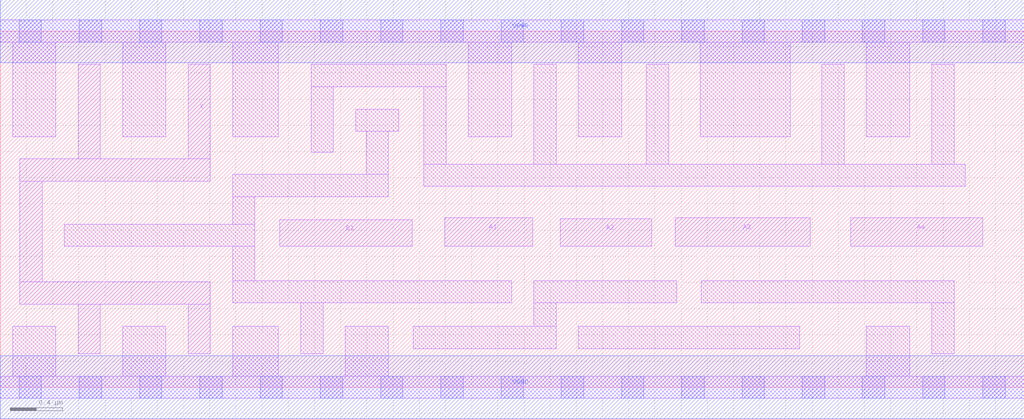
<source format=lef>
# Copyright 2020 The SkyWater PDK Authors
#
# Licensed under the Apache License, Version 2.0 (the "License");
# you may not use this file except in compliance with the License.
# You may obtain a copy of the License at
#
#     https://www.apache.org/licenses/LICENSE-2.0
#
# Unless required by applicable law or agreed to in writing, software
# distributed under the License is distributed on an "AS IS" BASIS,
# WITHOUT WARRANTIES OR CONDITIONS OF ANY KIND, either express or implied.
# See the License for the specific language governing permissions and
# limitations under the License.
#
# SPDX-License-Identifier: Apache-2.0

VERSION 5.7 ;
  NAMESCASESENSITIVE ON ;
  NOWIREEXTENSIONATPIN ON ;
  DIVIDERCHAR "/" ;
  BUSBITCHARS "[]" ;
UNITS
  DATABASE MICRONS 200 ;
END UNITS
MACRO sky130_fd_sc_hd__a41o_4
  CLASS CORE ;
  FOREIGN sky130_fd_sc_hd__a41o_4 ;
  ORIGIN  0.000000  0.000000 ;
  SIZE  7.820000 BY  2.720000 ;
  SYMMETRY X Y R90 ;
  SITE unithd ;
  PIN A1
    ANTENNAGATEAREA  0.495000 ;
    DIRECTION INPUT ;
    USE SIGNAL ;
    PORT
      LAYER li1 ;
        RECT 3.395000 1.075000 4.065000 1.295000 ;
    END
  END A1
  PIN A2
    ANTENNAGATEAREA  0.495000 ;
    DIRECTION INPUT ;
    USE SIGNAL ;
    PORT
      LAYER li1 ;
        RECT 4.275000 1.075000 4.975000 1.285000 ;
    END
  END A2
  PIN A3
    ANTENNAGATEAREA  0.495000 ;
    DIRECTION INPUT ;
    USE SIGNAL ;
    PORT
      LAYER li1 ;
        RECT 5.155000 1.075000 6.185000 1.295000 ;
    END
  END A3
  PIN A4
    ANTENNAGATEAREA  0.495000 ;
    DIRECTION INPUT ;
    USE SIGNAL ;
    PORT
      LAYER li1 ;
        RECT 6.495000 1.075000 7.505000 1.295000 ;
    END
  END A4
  PIN B1
    ANTENNAGATEAREA  0.495000 ;
    DIRECTION INPUT ;
    USE SIGNAL ;
    PORT
      LAYER li1 ;
        RECT 2.135000 1.075000 3.145000 1.280000 ;
    END
  END B1
  PIN X
    ANTENNADIFFAREA  0.891000 ;
    DIRECTION OUTPUT ;
    USE SIGNAL ;
    PORT
      LAYER li1 ;
        RECT 0.150000 0.635000 1.605000 0.805000 ;
        RECT 0.150000 0.805000 0.320000 1.575000 ;
        RECT 0.150000 1.575000 1.605000 1.745000 ;
        RECT 0.595000 0.255000 0.765000 0.635000 ;
        RECT 0.595000 1.745000 0.765000 2.465000 ;
        RECT 1.435000 0.255000 1.605000 0.635000 ;
        RECT 1.435000 1.745000 1.605000 2.465000 ;
    END
  END X
  PIN VGND
    DIRECTION INOUT ;
    SHAPE ABUTMENT ;
    USE GROUND ;
    PORT
      LAYER met1 ;
        RECT 0.000000 -0.240000 7.820000 0.240000 ;
    END
  END VGND
  PIN VPWR
    DIRECTION INOUT ;
    SHAPE ABUTMENT ;
    USE POWER ;
    PORT
      LAYER met1 ;
        RECT 0.000000 2.480000 7.820000 2.960000 ;
    END
  END VPWR
  OBS
    LAYER li1 ;
      RECT 0.000000 -0.085000 7.820000 0.085000 ;
      RECT 0.000000  2.635000 7.820000 2.805000 ;
      RECT 0.095000  0.085000 0.425000 0.465000 ;
      RECT 0.095000  1.915000 0.425000 2.635000 ;
      RECT 0.490000  1.075000 1.945000 1.245000 ;
      RECT 0.935000  0.085000 1.265000 0.465000 ;
      RECT 0.935000  1.915000 1.265000 2.635000 ;
      RECT 1.775000  0.085000 2.125000 0.465000 ;
      RECT 1.775000  0.645000 3.905000 0.815000 ;
      RECT 1.775000  0.815000 1.945000 1.075000 ;
      RECT 1.775000  1.245000 1.945000 1.455000 ;
      RECT 1.775000  1.455000 2.965000 1.625000 ;
      RECT 1.775000  1.915000 2.125000 2.635000 ;
      RECT 2.295000  0.255000 2.465000 0.645000 ;
      RECT 2.375000  1.795000 2.545000 2.295000 ;
      RECT 2.375000  2.295000 3.405000 2.465000 ;
      RECT 2.635000  0.085000 2.965000 0.465000 ;
      RECT 2.715000  1.955000 3.045000 2.125000 ;
      RECT 2.795000  1.625000 2.965000 1.955000 ;
      RECT 3.155000  0.295000 4.245000 0.465000 ;
      RECT 3.235000  1.535000 7.370000 1.705000 ;
      RECT 3.235000  1.705000 3.405000 2.295000 ;
      RECT 3.575000  1.915000 3.905000 2.635000 ;
      RECT 4.075000  0.465000 4.245000 0.645000 ;
      RECT 4.075000  0.645000 5.165000 0.815000 ;
      RECT 4.075000  1.705000 4.245000 2.465000 ;
      RECT 4.415000  0.295000 6.105000 0.465000 ;
      RECT 4.415000  1.915000 4.745000 2.635000 ;
      RECT 4.935000  1.705000 5.105000 2.465000 ;
      RECT 5.345000  1.915000 6.035000 2.635000 ;
      RECT 5.355000  0.645000 7.285000 0.815000 ;
      RECT 6.275000  1.705000 6.445000 2.465000 ;
      RECT 6.615000  0.085000 6.945000 0.465000 ;
      RECT 6.615000  1.915000 6.945000 2.635000 ;
      RECT 7.115000  0.255000 7.285000 0.645000 ;
      RECT 7.115000  1.705000 7.285000 2.465000 ;
    LAYER mcon ;
      RECT 0.145000 -0.085000 0.315000 0.085000 ;
      RECT 0.145000  2.635000 0.315000 2.805000 ;
      RECT 0.605000 -0.085000 0.775000 0.085000 ;
      RECT 0.605000  2.635000 0.775000 2.805000 ;
      RECT 1.065000 -0.085000 1.235000 0.085000 ;
      RECT 1.065000  2.635000 1.235000 2.805000 ;
      RECT 1.525000 -0.085000 1.695000 0.085000 ;
      RECT 1.525000  2.635000 1.695000 2.805000 ;
      RECT 1.985000 -0.085000 2.155000 0.085000 ;
      RECT 1.985000  2.635000 2.155000 2.805000 ;
      RECT 2.445000 -0.085000 2.615000 0.085000 ;
      RECT 2.445000  2.635000 2.615000 2.805000 ;
      RECT 2.905000 -0.085000 3.075000 0.085000 ;
      RECT 2.905000  2.635000 3.075000 2.805000 ;
      RECT 3.365000 -0.085000 3.535000 0.085000 ;
      RECT 3.365000  2.635000 3.535000 2.805000 ;
      RECT 3.825000 -0.085000 3.995000 0.085000 ;
      RECT 3.825000  2.635000 3.995000 2.805000 ;
      RECT 4.285000 -0.085000 4.455000 0.085000 ;
      RECT 4.285000  2.635000 4.455000 2.805000 ;
      RECT 4.745000 -0.085000 4.915000 0.085000 ;
      RECT 4.745000  2.635000 4.915000 2.805000 ;
      RECT 5.205000 -0.085000 5.375000 0.085000 ;
      RECT 5.205000  2.635000 5.375000 2.805000 ;
      RECT 5.665000 -0.085000 5.835000 0.085000 ;
      RECT 5.665000  2.635000 5.835000 2.805000 ;
      RECT 6.125000 -0.085000 6.295000 0.085000 ;
      RECT 6.125000  2.635000 6.295000 2.805000 ;
      RECT 6.585000 -0.085000 6.755000 0.085000 ;
      RECT 6.585000  2.635000 6.755000 2.805000 ;
      RECT 7.045000 -0.085000 7.215000 0.085000 ;
      RECT 7.045000  2.635000 7.215000 2.805000 ;
      RECT 7.505000 -0.085000 7.675000 0.085000 ;
      RECT 7.505000  2.635000 7.675000 2.805000 ;
  END
END sky130_fd_sc_hd__a41o_4
END LIBRARY

</source>
